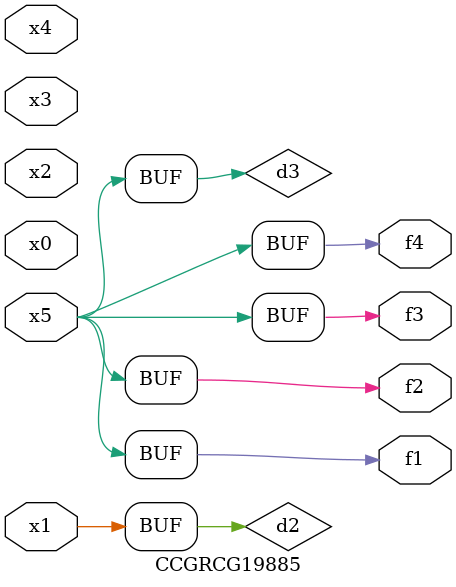
<source format=v>
module CCGRCG19885(
	input x0, x1, x2, x3, x4, x5,
	output f1, f2, f3, f4
);

	wire d1, d2, d3;

	not (d1, x5);
	or (d2, x1);
	xnor (d3, d1);
	assign f1 = d3;
	assign f2 = d3;
	assign f3 = d3;
	assign f4 = d3;
endmodule

</source>
